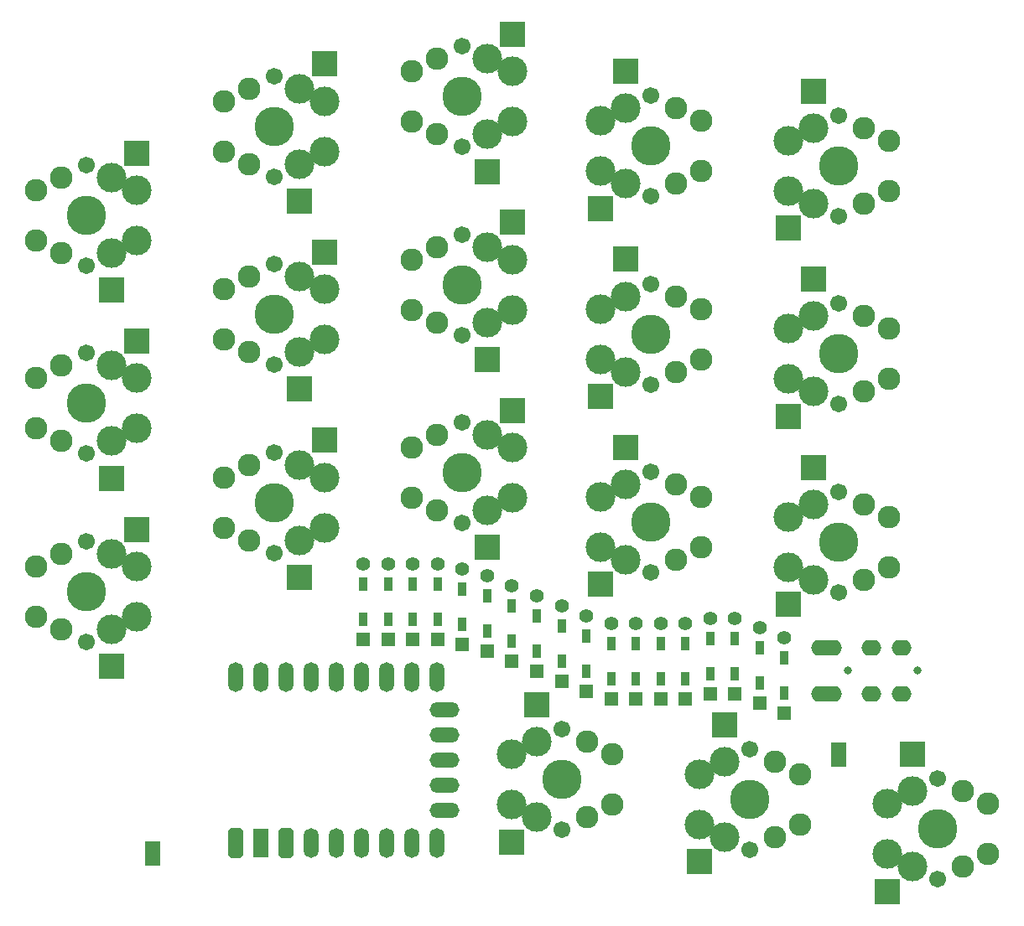
<source format=gbr>
%TF.GenerationSoftware,KiCad,Pcbnew,9.0.4*%
%TF.CreationDate,2025-11-10T09:44:24+09:00*%
%TF.ProjectId,boardloaf,626f6172-646c-46f6-9166-2e6b69636164,rev?*%
%TF.SameCoordinates,Original*%
%TF.FileFunction,Soldermask,Top*%
%TF.FilePolarity,Negative*%
%FSLAX46Y46*%
G04 Gerber Fmt 4.6, Leading zero omitted, Abs format (unit mm)*
G04 Created by KiCad (PCBNEW 9.0.4) date 2025-11-10 09:44:24*
%MOMM*%
%LPD*%
G01*
G04 APERTURE LIST*
G04 Aperture macros list*
%AMOutline5P*
0 Free polygon, 5 corners , with rotation*
0 The origin of the aperture is its center*
0 number of corners: always 5*
0 $1 to $10 corner X, Y*
0 $11 Rotation angle, in degrees counterclockwise*
0 create outline with 5 corners*
4,1,5,$1,$2,$3,$4,$5,$6,$7,$8,$9,$10,$1,$2,$11*%
%AMOutline6P*
0 Free polygon, 6 corners , with rotation*
0 The origin of the aperture is its center*
0 number of corners: always 6*
0 $1 to $12 corner X, Y*
0 $13 Rotation angle, in degrees counterclockwise*
0 create outline with 6 corners*
4,1,6,$1,$2,$3,$4,$5,$6,$7,$8,$9,$10,$11,$12,$1,$2,$13*%
%AMOutline7P*
0 Free polygon, 7 corners , with rotation*
0 The origin of the aperture is its center*
0 number of corners: always 7*
0 $1 to $14 corner X, Y*
0 $15 Rotation angle, in degrees counterclockwise*
0 create outline with 7 corners*
4,1,7,$1,$2,$3,$4,$5,$6,$7,$8,$9,$10,$11,$12,$13,$14,$1,$2,$15*%
%AMOutline8P*
0 Free polygon, 8 corners , with rotation*
0 The origin of the aperture is its center*
0 number of corners: always 8*
0 $1 to $16 corner X, Y*
0 $17 Rotation angle, in degrees counterclockwise*
0 create outline with 8 corners*
4,1,8,$1,$2,$3,$4,$5,$6,$7,$8,$9,$10,$11,$12,$13,$14,$15,$16,$1,$2,$17*%
%AMFreePoly0*
4,1,6,0.500000,-0.750000,-0.650000,-0.750000,-0.150000,0.000000,-0.650000,0.750000,0.500000,0.750000,0.500000,-0.750000,0.500000,-0.750000,$1*%
%AMFreePoly1*
4,1,6,1.000000,0.000000,0.500000,-0.750000,-0.500000,-0.750000,-0.500000,0.750000,0.500000,0.750000,1.000000,0.000000,1.000000,0.000000,$1*%
G04 Aperture macros list end*
%ADD10FreePoly0,270.000000*%
%ADD11FreePoly1,270.000000*%
%ADD12C,1.701800*%
%ADD13C,3.000000*%
%ADD14C,3.987800*%
%ADD15R,2.500000X2.550000*%
%ADD16C,2.286000*%
%ADD17R,1.397000X1.397000*%
%ADD18R,0.940000X1.400000*%
%ADD19C,1.397000*%
%ADD20O,1.500000X3.000000*%
%ADD21O,3.000000X1.500000*%
%ADD22Outline8P,-1.500000X0.450000X-1.200000X0.750000X1.200000X0.750000X1.500000X0.450000X1.500000X-0.450000X1.200000X-0.750000X-1.200000X-0.750000X-1.500000X-0.450000X90.000000*%
%ADD23R,1.500000X3.000000*%
%ADD24C,0.800000*%
%ADD25O,2.000000X1.600000*%
G04 APERTURE END LIST*
%TO.C,JP4*%
G36*
X82000000Y-133275000D02*
G01*
X80500000Y-133275000D01*
X80500000Y-135725000D01*
X82000000Y-135725000D01*
X82000000Y-133275000D01*
G37*
%TO.C,JP2*%
G36*
X151250000Y-123275000D02*
G01*
X149750000Y-123275000D01*
X149750000Y-125725000D01*
X151250000Y-125725000D01*
X151250000Y-123275000D01*
G37*
%TD*%
D10*
%TO.C,JP4*%
X81250000Y-135225000D03*
D11*
X81250000Y-133775000D03*
%TD*%
D12*
%TO.C,SW16*%
X122500000Y-132080000D03*
D13*
X119960000Y-130810000D03*
X117420002Y-129540000D03*
D14*
X122500000Y-127000000D03*
D13*
X117419999Y-124459998D03*
X119960000Y-123190000D03*
D12*
X122500000Y-121920000D03*
D15*
X117420001Y-133289999D03*
D16*
X125040000Y-130810000D03*
X125040000Y-123190000D03*
X127580001Y-129540002D03*
X127579998Y-124460000D03*
D15*
X119960000Y-119440000D03*
%TD*%
D17*
%TO.C,D9*%
X122500000Y-117059999D03*
D18*
X122500001Y-115024999D03*
X122499999Y-111475001D03*
D19*
X122500000Y-109440001D03*
%TD*%
D12*
%TO.C,SW9*%
X131500000Y-87080000D03*
D13*
X128960000Y-85810000D03*
X126420002Y-84540000D03*
D14*
X131500000Y-82000000D03*
D13*
X126419999Y-79459998D03*
X128960000Y-78190000D03*
D12*
X131500000Y-76920000D03*
D15*
X126420001Y-88289999D03*
D16*
X134040000Y-85810000D03*
X134040000Y-78190000D03*
X136580001Y-84540002D03*
X136579998Y-79460000D03*
D15*
X128960000Y-74440000D03*
%TD*%
D17*
%TO.C,D7*%
X117500000Y-115059999D03*
D18*
X117500001Y-113024999D03*
X117499999Y-109475001D03*
D19*
X117500000Y-107440001D03*
%TD*%
D17*
%TO.C,D14*%
X135000000Y-118809999D03*
D18*
X135000001Y-116774999D03*
X134999999Y-113225001D03*
D19*
X135000000Y-111190001D03*
%TD*%
D17*
%TO.C,D1*%
X102500000Y-112809999D03*
D18*
X102500001Y-110774999D03*
X102499999Y-107225001D03*
D19*
X102500000Y-105190001D03*
%TD*%
D17*
%TO.C,D17*%
X142500000Y-119309999D03*
D18*
X142500001Y-117274999D03*
X142499999Y-113725001D03*
D19*
X142500000Y-111690001D03*
%TD*%
D17*
%TO.C,D8*%
X120000000Y-116059999D03*
D18*
X120000001Y-114024999D03*
X119999999Y-110475001D03*
D19*
X120000000Y-108440001D03*
%TD*%
D12*
%TO.C,SW15*%
X150500000Y-108080000D03*
D13*
X147960000Y-106810000D03*
X145420002Y-105540000D03*
D14*
X150500000Y-103000000D03*
D13*
X145419999Y-100459998D03*
X147960000Y-99190000D03*
D12*
X150500000Y-97920000D03*
D15*
X145420001Y-109289999D03*
D16*
X153040000Y-106810000D03*
X153040000Y-99190000D03*
X155580001Y-105540002D03*
X155579998Y-100460000D03*
D15*
X147960000Y-95440000D03*
%TD*%
D11*
%TO.C,JP2*%
X150500000Y-123775000D03*
D10*
X150500000Y-125225000D03*
%TD*%
D12*
%TO.C,SW4*%
X131500000Y-68080000D03*
D13*
X128960000Y-66810000D03*
X126420002Y-65540000D03*
D14*
X131500000Y-63000000D03*
D13*
X126419999Y-60459998D03*
X128960000Y-59190000D03*
D12*
X131500000Y-57920000D03*
D15*
X126420001Y-69289999D03*
D16*
X134040000Y-66810000D03*
X134040000Y-59190000D03*
X136580001Y-65540002D03*
X136579998Y-60460000D03*
D15*
X128960000Y-55440000D03*
%TD*%
D17*
%TO.C,D12*%
X130000000Y-118809999D03*
D18*
X130000001Y-116774999D03*
X129999999Y-113225001D03*
D19*
X130000000Y-111190001D03*
%TD*%
D17*
%TO.C,D3*%
X107500000Y-112809999D03*
D18*
X107500001Y-110774999D03*
X107499999Y-107225001D03*
D19*
X107500000Y-105190001D03*
%TD*%
D17*
%TO.C,D13*%
X132500000Y-118809999D03*
D18*
X132500001Y-116774999D03*
X132499999Y-113225001D03*
D19*
X132500000Y-111190001D03*
%TD*%
D12*
%TO.C,SW6*%
X74500000Y-83920000D03*
D13*
X77040000Y-85190000D03*
X79579999Y-86459998D03*
D14*
X74500000Y-89000000D03*
D13*
X79579999Y-91540002D03*
X77040000Y-92810000D03*
D12*
X74500000Y-94080000D03*
D15*
X79579999Y-82710001D03*
D16*
X71960000Y-85190000D03*
X71960000Y-92810000D03*
X69420001Y-86459998D03*
X69420001Y-91540002D03*
D15*
X77040000Y-96560000D03*
%TD*%
D17*
%TO.C,D6*%
X115000000Y-114059999D03*
D18*
X115000001Y-112024999D03*
X114999999Y-108475001D03*
D19*
X115000000Y-106440001D03*
%TD*%
D17*
%TO.C,D11*%
X127500000Y-118809999D03*
D18*
X127500001Y-116774999D03*
X127499999Y-113225001D03*
D19*
X127500000Y-111190001D03*
%TD*%
D17*
%TO.C,D16*%
X140000000Y-118309999D03*
D18*
X140000001Y-116274999D03*
X139999999Y-112725001D03*
D19*
X140000000Y-110690001D03*
%TD*%
D17*
%TO.C,D2*%
X105000000Y-112809999D03*
D18*
X105000001Y-110774999D03*
X104999999Y-107225001D03*
D19*
X105000000Y-105190001D03*
%TD*%
D17*
%TO.C,D18*%
X145000000Y-120309999D03*
D18*
X145000001Y-118274999D03*
X144999999Y-114725001D03*
D19*
X145000000Y-112690001D03*
%TD*%
D12*
%TO.C,SW5*%
X150500000Y-70080000D03*
D13*
X147960000Y-68810000D03*
X145420002Y-67540000D03*
D14*
X150500000Y-65000000D03*
D13*
X145419999Y-62459998D03*
X147960000Y-61190000D03*
D12*
X150500000Y-59920000D03*
D15*
X145420001Y-71289999D03*
D16*
X153040000Y-68810000D03*
X153040000Y-61190000D03*
X155580001Y-67540002D03*
X155579998Y-62460000D03*
D15*
X147960000Y-57440000D03*
%TD*%
D12*
%TO.C,SW18*%
X160500000Y-137080000D03*
D13*
X157960000Y-135810000D03*
X155420002Y-134540000D03*
D14*
X160500000Y-132000000D03*
D13*
X155419999Y-129459998D03*
X157960000Y-128190000D03*
D12*
X160500000Y-126920000D03*
D15*
X155420001Y-138289999D03*
D16*
X163040000Y-135810000D03*
X163040000Y-128190000D03*
X165580001Y-134540002D03*
X165579998Y-129460000D03*
D15*
X157960000Y-124440000D03*
%TD*%
D12*
%TO.C,SW11*%
X74500001Y-102920000D03*
D13*
X77040001Y-104190000D03*
X79580000Y-105459998D03*
D14*
X74500001Y-108000000D03*
D13*
X79580000Y-110540002D03*
X77040001Y-111810000D03*
D12*
X74500001Y-113080000D03*
D15*
X79580000Y-101710001D03*
D16*
X71960001Y-104190000D03*
X71960001Y-111810000D03*
X69420002Y-105459998D03*
X69420002Y-110540002D03*
D15*
X77040001Y-115560000D03*
%TD*%
D20*
%TO.C,U1*%
X89590000Y-116630000D03*
X92130000Y-116630000D03*
X94670000Y-116630000D03*
X97209999Y-116630000D03*
X99750000Y-116630000D03*
X102290000Y-116630001D03*
X104830000Y-116630000D03*
X107370000Y-116630000D03*
X109909999Y-116630000D03*
D21*
X110659999Y-119919999D03*
X110660000Y-122460000D03*
X110660001Y-125000001D03*
X110660000Y-127540000D03*
X110659999Y-130080000D03*
D20*
X109910000Y-133370000D03*
X107370000Y-133370000D03*
X104830000Y-133370000D03*
X102290001Y-133370000D03*
X99750000Y-133370000D03*
X97210000Y-133369999D03*
D22*
X94670000Y-133370000D03*
D23*
X92130000Y-133370000D03*
D22*
X89590001Y-133370000D03*
%TD*%
D12*
%TO.C,SW14*%
X131500000Y-106080000D03*
D13*
X128960000Y-104810000D03*
X126420002Y-103540000D03*
D14*
X131500000Y-101000000D03*
D13*
X126419999Y-98459998D03*
X128960000Y-97190000D03*
D12*
X131500000Y-95920000D03*
D15*
X126420001Y-107289999D03*
D16*
X134040000Y-104810000D03*
X134040000Y-97190000D03*
X136580001Y-103540002D03*
X136579998Y-98460000D03*
D15*
X128960000Y-93440000D03*
%TD*%
D12*
%TO.C,SW2*%
X93500004Y-55920008D03*
D13*
X96040004Y-57190008D03*
X98580002Y-58460008D03*
D14*
X93500004Y-61000008D03*
D13*
X98580005Y-63540010D03*
X96040004Y-64810008D03*
D12*
X93500004Y-66080008D03*
D15*
X98580003Y-54710009D03*
D16*
X90960004Y-57190008D03*
X90960004Y-64810008D03*
X88420003Y-58460006D03*
X88420006Y-63540008D03*
D15*
X96040004Y-68560008D03*
%TD*%
D12*
%TO.C,SW13*%
X112500004Y-90920008D03*
D13*
X115040004Y-92190008D03*
X117580002Y-93460008D03*
D14*
X112500004Y-96000008D03*
D13*
X117580005Y-98540010D03*
X115040004Y-99810008D03*
D12*
X112500004Y-101080008D03*
D15*
X117580003Y-89710009D03*
D16*
X109960004Y-92190008D03*
X109960004Y-99810008D03*
X107420003Y-93460006D03*
X107420006Y-98540008D03*
D15*
X115040004Y-103560008D03*
%TD*%
D17*
%TO.C,D10*%
X125000000Y-118059999D03*
D18*
X125000001Y-116024999D03*
X124999999Y-112475001D03*
D19*
X125000000Y-110440001D03*
%TD*%
D12*
%TO.C,SW17*%
X141500000Y-134080000D03*
D13*
X138960000Y-132810000D03*
X136420002Y-131540000D03*
D14*
X141500000Y-129000000D03*
D13*
X136419999Y-126459998D03*
X138960000Y-125190000D03*
D12*
X141500000Y-123920000D03*
D15*
X136420001Y-135289999D03*
D16*
X144040000Y-132810000D03*
X144040000Y-125190000D03*
X146580001Y-131540002D03*
X146579998Y-126460000D03*
D15*
X138960000Y-121440000D03*
%TD*%
D12*
%TO.C,SW7*%
X93500004Y-74920008D03*
D13*
X96040004Y-76190008D03*
X98580002Y-77460008D03*
D14*
X93500004Y-80000008D03*
D13*
X98580005Y-82540010D03*
X96040004Y-83810008D03*
D12*
X93500004Y-85080008D03*
D15*
X98580003Y-73710009D03*
D16*
X90960004Y-76190008D03*
X90960004Y-83810008D03*
X88420003Y-77460006D03*
X88420006Y-82540008D03*
D15*
X96040004Y-87560008D03*
%TD*%
D12*
%TO.C,SW12*%
X93500004Y-93920008D03*
D13*
X96040004Y-95190008D03*
X98580002Y-96460008D03*
D14*
X93500004Y-99000008D03*
D13*
X98580005Y-101540010D03*
X96040004Y-102810008D03*
D12*
X93500004Y-104080008D03*
D15*
X98580003Y-92710009D03*
D16*
X90960004Y-95190008D03*
X90960004Y-102810008D03*
X88420003Y-96460006D03*
X88420006Y-101540008D03*
D15*
X96040004Y-106560008D03*
%TD*%
D24*
%TO.C,J1*%
X158400000Y-116000000D03*
X151400000Y-116000000D03*
D25*
X153800000Y-118300000D03*
X156800000Y-118300000D03*
X148700000Y-113700000D03*
X149800000Y-118300000D03*
%TD*%
D12*
%TO.C,SW8*%
X112500004Y-71920008D03*
D13*
X115040004Y-73190008D03*
X117580002Y-74460008D03*
D14*
X112500004Y-77000008D03*
D13*
X117580005Y-79540010D03*
X115040004Y-80810008D03*
D12*
X112500004Y-82080008D03*
D15*
X117580003Y-70710009D03*
D16*
X109960004Y-73190008D03*
X109960004Y-80810008D03*
X107420003Y-74460006D03*
X107420006Y-79540008D03*
D15*
X115040004Y-84560008D03*
%TD*%
D17*
%TO.C,D5*%
X112500000Y-113309999D03*
D18*
X112500001Y-111274999D03*
X112499999Y-107725001D03*
D19*
X112500000Y-105690001D03*
%TD*%
D17*
%TO.C,D15*%
X137500000Y-118309999D03*
D18*
X137500001Y-116274999D03*
X137499999Y-112725001D03*
D19*
X137500000Y-110690001D03*
%TD*%
D17*
%TO.C,D4*%
X110000000Y-112809999D03*
D18*
X110000001Y-110774999D03*
X109999999Y-107225001D03*
D19*
X110000000Y-105190001D03*
%TD*%
D12*
%TO.C,SW1*%
X74499998Y-64919999D03*
D13*
X77039998Y-66189999D03*
X79579997Y-67459997D03*
D14*
X74499998Y-69999999D03*
D13*
X79579997Y-72540001D03*
X77039998Y-73809999D03*
D12*
X74499998Y-75079999D03*
D15*
X79579997Y-63710000D03*
D16*
X71959998Y-66189999D03*
X71959998Y-73809999D03*
X69419999Y-67459997D03*
X69419999Y-72540001D03*
D15*
X77039998Y-77559999D03*
%TD*%
D12*
%TO.C,SW3*%
X112500004Y-52920008D03*
D13*
X115040004Y-54190008D03*
X117580002Y-55460008D03*
D14*
X112500004Y-58000008D03*
D13*
X117580005Y-60540010D03*
X115040004Y-61810008D03*
D12*
X112500004Y-63080008D03*
D15*
X117580003Y-51710009D03*
D16*
X109960004Y-54190008D03*
X109960004Y-61810008D03*
X107420003Y-55460006D03*
X107420006Y-60540008D03*
D15*
X115040004Y-65560008D03*
%TD*%
D12*
%TO.C,SW10*%
X150500000Y-89080000D03*
D13*
X147960000Y-87810000D03*
X145420002Y-86540000D03*
D14*
X150500000Y-84000000D03*
D13*
X145419999Y-81459998D03*
X147960000Y-80190000D03*
D12*
X150500000Y-78920000D03*
D15*
X145420001Y-90289999D03*
D16*
X153040000Y-87810000D03*
X153040000Y-80190000D03*
X155580001Y-86540002D03*
X155579998Y-81460000D03*
D15*
X147960000Y-76440000D03*
%TD*%
D24*
%TO.C,J2*%
X151400000Y-116000000D03*
X158400000Y-116000000D03*
D25*
X153800000Y-113700000D03*
X156800000Y-113700000D03*
X148700000Y-118300000D03*
X149800000Y-113700000D03*
%TD*%
M02*

</source>
